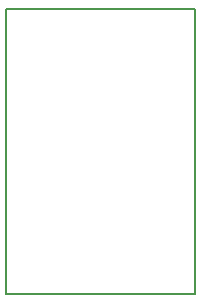
<source format=gko>
%FSTAX24Y24*%
%MOIN*%
G70*
G01*
G75*
G04 Layer_Color=16711935*
%ADD10R,0.0394X0.0500*%
G04:AMPARAMS|DCode=11|XSize=23.6mil|YSize=39.4mil|CornerRadius=3mil|HoleSize=0mil|Usage=FLASHONLY|Rotation=180.000|XOffset=0mil|YOffset=0mil|HoleType=Round|Shape=RoundedRectangle|*
%AMROUNDEDRECTD11*
21,1,0.0236,0.0335,0,0,180.0*
21,1,0.0177,0.0394,0,0,180.0*
1,1,0.0059,-0.0089,0.0167*
1,1,0.0059,0.0089,0.0167*
1,1,0.0059,0.0089,-0.0167*
1,1,0.0059,-0.0089,-0.0167*
%
%ADD11ROUNDEDRECTD11*%
%ADD12C,0.0400*%
%ADD13C,0.0160*%
%ADD14R,0.0846X0.1211*%
%ADD15O,0.0800X0.0600*%
%ADD16R,0.0902X0.0902*%
%ADD17C,0.0902*%
%ADD18O,0.0850X0.0600*%
%ADD19R,0.0850X0.0600*%
%ADD20C,0.0079*%
%ADD21C,0.0100*%
%ADD22C,0.0050*%
%ADD23C,0.0070*%
%ADD24C,0.0197*%
%ADD25R,0.0474X0.0580*%
G04:AMPARAMS|DCode=26|XSize=31.6mil|YSize=47.4mil|CornerRadius=7mil|HoleSize=0mil|Usage=FLASHONLY|Rotation=180.000|XOffset=0mil|YOffset=0mil|HoleType=Round|Shape=RoundedRectangle|*
%AMROUNDEDRECTD26*
21,1,0.0316,0.0335,0,0,180.0*
21,1,0.0177,0.0474,0,0,180.0*
1,1,0.0139,-0.0089,0.0167*
1,1,0.0139,0.0089,0.0167*
1,1,0.0139,0.0089,-0.0167*
1,1,0.0139,-0.0089,-0.0167*
%
%ADD26ROUNDEDRECTD26*%
%ADD27O,0.0880X0.0680*%
%ADD28R,0.0982X0.0982*%
%ADD29C,0.0982*%
%ADD30O,0.0930X0.0680*%
%ADD31R,0.0930X0.0680*%
%ADD32C,0.0080*%
%ADD33C,0.0079*%
%ADD34C,0.0079*%
%ADD35C,0.0020*%
%ADD36C,0.0197*%
%ADD37C,0.0030*%
D20*
X0344Y02275D02*
X0405D01*
X0407D01*
Y01325D02*
Y02275D01*
X0344Y01325D02*
X0407D01*
X0344D02*
Y02275D01*
M02*

</source>
